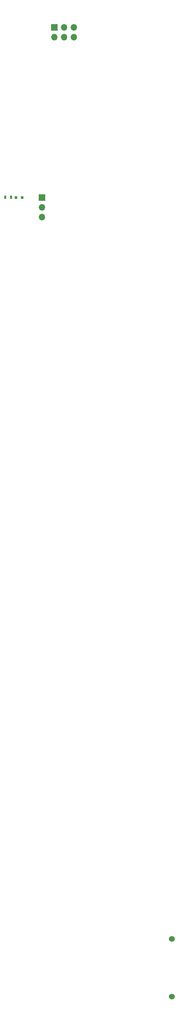
<source format=gbs>
%TF.GenerationSoftware,KiCad,Pcbnew,(5.1.9)-1*%
%TF.CreationDate,2021-07-16T12:39:06-07:00*%
%TF.ProjectId,CoronaBadge1,436f726f-6e61-4426-9164-6765312e6b69,rev?*%
%TF.SameCoordinates,Original*%
%TF.FileFunction,Soldermask,Bot*%
%TF.FilePolarity,Negative*%
%FSLAX46Y46*%
G04 Gerber Fmt 4.6, Leading zero omitted, Abs format (unit mm)*
G04 Created by KiCad (PCBNEW (5.1.9)-1) date 2021-07-16 12:39:06*
%MOMM*%
%LPD*%
G01*
G04 APERTURE LIST*
%ADD10C,1.530000*%
%ADD11R,0.500000X0.900000*%
%ADD12R,1.700000X1.700000*%
%ADD13O,1.700000X1.700000*%
%ADD14R,0.800000X0.800000*%
G04 APERTURE END LIST*
D10*
X220380000Y-278805000D03*
X220380000Y-293795000D03*
D11*
X178500000Y-86200000D03*
X177000000Y-86200000D03*
D12*
X186550000Y-86260000D03*
D13*
X186550000Y-88800000D03*
X186550000Y-91340000D03*
D12*
X189800000Y-42100000D03*
D13*
X189800000Y-44640000D03*
X192340000Y-42100000D03*
X192340000Y-44640000D03*
X194880000Y-42100000D03*
X194880000Y-44640000D03*
D14*
X181400000Y-86250000D03*
X179800000Y-86250000D03*
M02*

</source>
